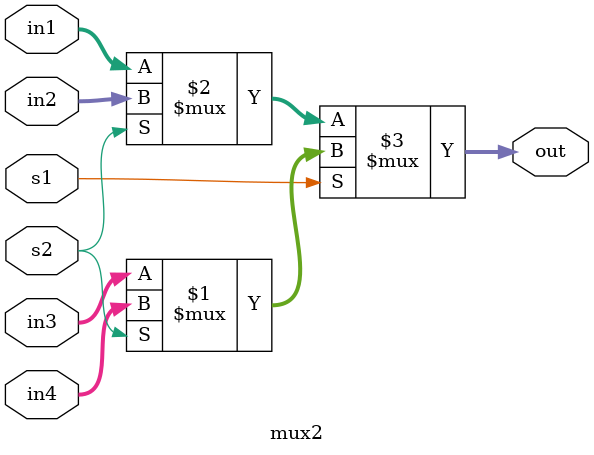
<source format=v>
`timescale 1ns / 1ps

module mux2(s1, s2, in1, in2, in3, in4, out);

//Declaring the inputs and outputs. S1 and S2 are the select bits
input s1, s2;
input [7:0] in1, in2, in3, in4;
output [7:0] out;

//When S1 is 0, S2 is 0, then the first input, in1 is assigned as output
//When S1 is 0, S2 is 1, then the second input, in2 is assigned as output
//When S1 is 1, S2 is 0, then the third input, in3 is assigned as output
//When S1 is 1, S2 is 1, then the fourth input 1, in4 is assigned as output
assign  out = s1 ? (s2 ? in4 : in3) : (s2 ? in2 : in1);

endmodule

</source>
